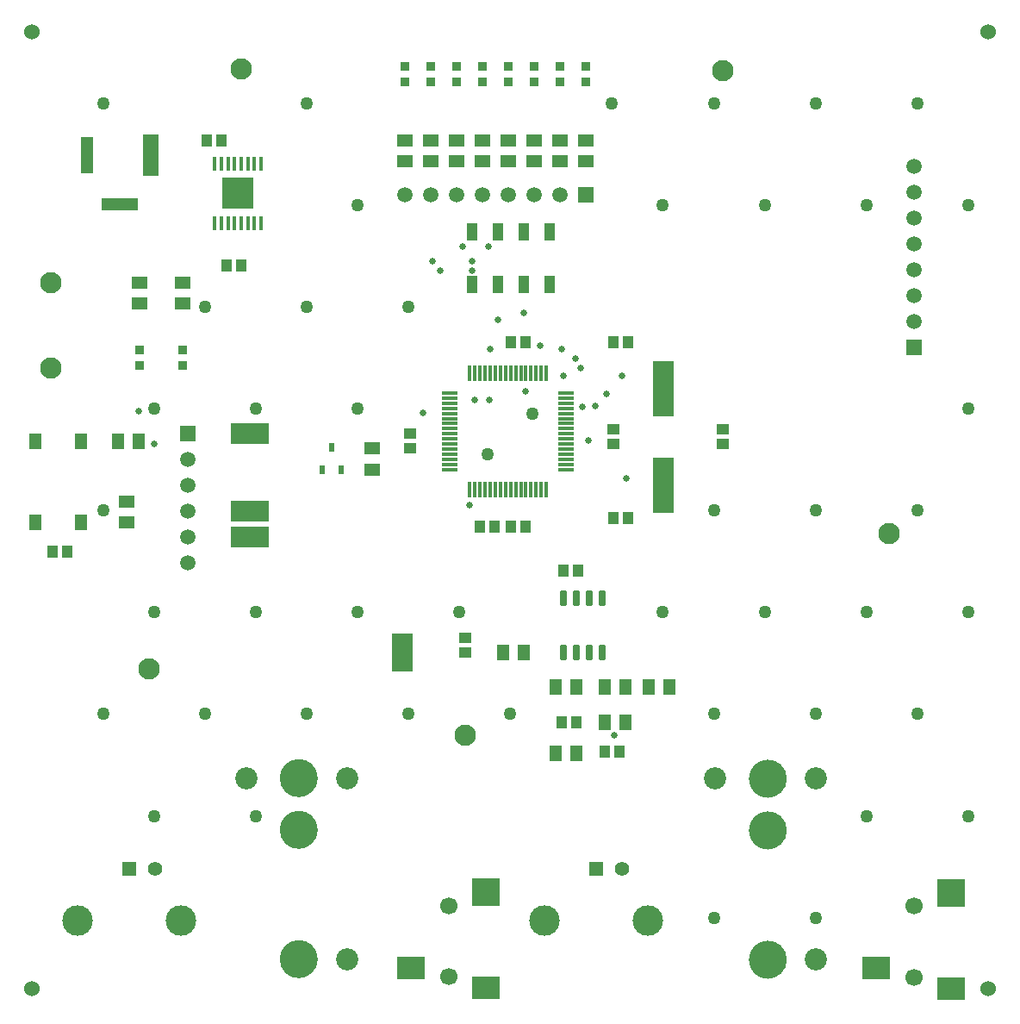
<source format=gbr>
%TF.GenerationSoftware,Altium Limited,Altium Designer,22.7.1 (60)*%
G04 Layer_Color=8388736*
%FSLAX43Y43*%
%MOMM*%
%TF.SameCoordinates,58151787-F571-4420-9806-9522EC8286B3*%
%TF.FilePolarity,Negative*%
%TF.FileFunction,Soldermask,Top*%
%TF.Part,Single*%
G01*
G75*
%TA.AperFunction,SMDPad,CuDef*%
%ADD10R,0.355X1.353*%
%ADD11R,1.000X1.800*%
%ADD12R,1.006X1.308*%
%ADD13R,1.550X1.250*%
%ADD14R,2.800X2.200*%
%ADD15R,2.800X2.800*%
%ADD16R,3.800X2.030*%
%ADD17R,0.930X0.910*%
%ADD18R,3.099X3.099*%
%ADD19R,0.300X1.500*%
%ADD20R,1.500X0.300*%
%ADD21R,2.000X5.500*%
%ADD22R,1.308X1.006*%
%ADD23R,1.250X1.550*%
%ADD24R,1.300X1.550*%
G04:AMPARAMS|DCode=25|XSize=1.58mm|YSize=0.6mm|CornerRadius=0.075mm|HoleSize=0mm|Usage=FLASHONLY|Rotation=90.000|XOffset=0mm|YOffset=0mm|HoleType=Round|Shape=RoundedRectangle|*
%AMROUNDEDRECTD25*
21,1,1.580,0.450,0,0,90.0*
21,1,1.430,0.600,0,0,90.0*
1,1,0.150,0.225,0.715*
1,1,0.150,0.225,-0.715*
1,1,0.150,-0.225,-0.715*
1,1,0.150,-0.225,0.715*
%
%ADD25ROUNDEDRECTD25*%
%ADD26R,2.030X3.800*%
G04:AMPARAMS|DCode=27|XSize=0.55mm|YSize=0.8mm|CornerRadius=0.05mm|HoleSize=0mm|Usage=FLASHONLY|Rotation=180.000|XOffset=0mm|YOffset=0mm|HoleType=Round|Shape=RoundedRectangle|*
%AMROUNDEDRECTD27*
21,1,0.550,0.701,0,0,180.0*
21,1,0.451,0.800,0,0,180.0*
1,1,0.099,-0.226,0.351*
1,1,0.099,0.226,0.351*
1,1,0.099,0.226,-0.351*
1,1,0.099,-0.226,-0.351*
%
%ADD27ROUNDEDRECTD27*%
%TA.AperFunction,ComponentPad*%
%ADD30R,1.300X3.550*%
%ADD31C,2.100*%
%ADD32R,3.550X1.300*%
%ADD33R,1.550X4.100*%
%TA.AperFunction,ViaPad*%
%ADD34C,1.524*%
%TA.AperFunction,ComponentPad*%
%ADD35C,3.251*%
%ADD36C,2.172*%
%ADD37C,1.700*%
%ADD38R,1.500X1.500*%
%ADD39C,1.500*%
%ADD40R,1.500X1.500*%
%ADD41C,3.000*%
%ADD42C,1.398*%
%ADD43R,1.398X1.398*%
%TA.AperFunction,ViaPad*%
%ADD44C,1.270*%
%ADD45C,0.650*%
%TA.AperFunction,NonConductor*%
%ADD46C,1.880*%
D10*
X24866Y84078D02*
D03*
X24216D02*
D03*
X23566D02*
D03*
X22916D02*
D03*
X21616D02*
D03*
X25516Y78228D02*
D03*
X24866D02*
D03*
X24216D02*
D03*
X23566D02*
D03*
X22916D02*
D03*
X22266D02*
D03*
X21616D02*
D03*
X20966D02*
D03*
Y84078D02*
D03*
X22266D02*
D03*
X25516D02*
D03*
D11*
X53844Y72203D02*
D03*
X48764D02*
D03*
Y77403D02*
D03*
X46224D02*
D03*
Y72203D02*
D03*
X51304D02*
D03*
Y77403D02*
D03*
X53844D02*
D03*
D12*
X21616Y86378D02*
D03*
X20164D02*
D03*
X22114Y74041D02*
D03*
X23566D02*
D03*
X51490Y66548D02*
D03*
X50038D02*
D03*
X60143D02*
D03*
X61595D02*
D03*
X60143Y49276D02*
D03*
X61595D02*
D03*
X56515Y29210D02*
D03*
X55063D02*
D03*
X59254Y26289D02*
D03*
X60706D02*
D03*
X55245Y44069D02*
D03*
X56697D02*
D03*
X48486Y48387D02*
D03*
X47034D02*
D03*
X50034D02*
D03*
X51486D02*
D03*
X5025Y45974D02*
D03*
X6477D02*
D03*
D13*
X13589Y72408D02*
D03*
X57404Y86378D02*
D03*
Y84328D02*
D03*
X54864Y86378D02*
D03*
Y84328D02*
D03*
X52324Y86378D02*
D03*
Y84328D02*
D03*
X49784Y86378D02*
D03*
Y84328D02*
D03*
X47244Y86378D02*
D03*
Y84328D02*
D03*
X44704Y86378D02*
D03*
Y84328D02*
D03*
X42164Y86378D02*
D03*
Y84328D02*
D03*
X39624Y86378D02*
D03*
Y84328D02*
D03*
X13589Y70358D02*
D03*
X17780D02*
D03*
Y72408D02*
D03*
X36449Y56085D02*
D03*
Y54035D02*
D03*
X12319Y48857D02*
D03*
Y50907D02*
D03*
D14*
X40237Y5091D02*
D03*
X47637Y3091D02*
D03*
X93362Y3056D02*
D03*
X85962Y5056D02*
D03*
D15*
X47637Y12491D02*
D03*
X93362Y12456D02*
D03*
D16*
X24384Y57531D02*
D03*
Y49911D02*
D03*
Y47371D02*
D03*
D17*
X57404Y93595D02*
D03*
Y92075D02*
D03*
X54864Y93595D02*
D03*
Y92075D02*
D03*
X52324Y93595D02*
D03*
Y92075D02*
D03*
X49784Y93595D02*
D03*
Y92075D02*
D03*
X47244Y93595D02*
D03*
Y92075D02*
D03*
X44704Y93595D02*
D03*
Y92075D02*
D03*
X42164Y93595D02*
D03*
Y92075D02*
D03*
X39624Y93595D02*
D03*
Y92075D02*
D03*
X13589Y65786D02*
D03*
Y64266D02*
D03*
X17780Y65786D02*
D03*
Y64266D02*
D03*
D18*
X23241Y81153D02*
D03*
D19*
X46034Y63485D02*
D03*
X46534D02*
D03*
X47034D02*
D03*
X47534D02*
D03*
X48034D02*
D03*
X48534D02*
D03*
X49034D02*
D03*
X49534D02*
D03*
X50034D02*
D03*
X50534D02*
D03*
X51034D02*
D03*
X51534D02*
D03*
X52034D02*
D03*
X52534D02*
D03*
X53034D02*
D03*
X53534D02*
D03*
Y52085D02*
D03*
X53034D02*
D03*
X52534D02*
D03*
X52034D02*
D03*
X51534D02*
D03*
X51034D02*
D03*
X50534D02*
D03*
X50034D02*
D03*
X49534D02*
D03*
X49034D02*
D03*
X48534D02*
D03*
X48034D02*
D03*
X47534D02*
D03*
X47034D02*
D03*
X46534D02*
D03*
X46034D02*
D03*
D20*
X55484Y61535D02*
D03*
Y61035D02*
D03*
Y60535D02*
D03*
Y60035D02*
D03*
Y59535D02*
D03*
Y59035D02*
D03*
Y58535D02*
D03*
Y58035D02*
D03*
Y57535D02*
D03*
Y57035D02*
D03*
Y56535D02*
D03*
Y56035D02*
D03*
Y55535D02*
D03*
Y55035D02*
D03*
Y54535D02*
D03*
Y54035D02*
D03*
X44084D02*
D03*
Y54535D02*
D03*
Y55035D02*
D03*
Y55535D02*
D03*
Y56035D02*
D03*
Y56535D02*
D03*
Y57035D02*
D03*
Y57535D02*
D03*
Y58035D02*
D03*
Y58535D02*
D03*
Y59035D02*
D03*
Y59535D02*
D03*
Y60035D02*
D03*
Y60535D02*
D03*
Y61035D02*
D03*
Y61535D02*
D03*
D21*
X65024Y61951D02*
D03*
Y52451D02*
D03*
D22*
X60143Y57987D02*
D03*
Y56535D02*
D03*
X70866Y57987D02*
D03*
Y56535D02*
D03*
X40132Y57538D02*
D03*
Y56085D02*
D03*
X45593Y37517D02*
D03*
Y36065D02*
D03*
D23*
X51308D02*
D03*
X49258D02*
D03*
X61359Y32639D02*
D03*
X59309D02*
D03*
X56515D02*
D03*
X54465D02*
D03*
X65659D02*
D03*
X63609D02*
D03*
X59309Y29210D02*
D03*
X61359D02*
D03*
X54465Y26162D02*
D03*
X56515D02*
D03*
X13480Y56807D02*
D03*
X11430D02*
D03*
D24*
X3338Y48857D02*
D03*
X7838D02*
D03*
X3338Y56807D02*
D03*
X7838D02*
D03*
D25*
X55245Y41405D02*
D03*
X56515D02*
D03*
X57785D02*
D03*
X59055D02*
D03*
Y36065D02*
D03*
X57785D02*
D03*
X56515D02*
D03*
X55245D02*
D03*
D26*
X39370D02*
D03*
D27*
X32451Y56235D02*
D03*
X33401Y54035D02*
D03*
X31501D02*
D03*
D30*
X8382Y84863D02*
D03*
D31*
X4826Y72408D02*
D03*
Y64008D02*
D03*
X45593Y27940D02*
D03*
X14478Y34417D02*
D03*
X87249Y47752D02*
D03*
X70866Y93218D02*
D03*
X23566Y93345D02*
D03*
D32*
X11632Y80063D02*
D03*
D33*
X14632Y84863D02*
D03*
D34*
X97000Y3000D02*
D03*
X3000D02*
D03*
X97000Y97000D02*
D03*
X3000D02*
D03*
D35*
X29210Y5934D02*
D03*
Y18634D02*
D03*
Y23714D02*
D03*
X75311Y23652D02*
D03*
Y18572D02*
D03*
Y5872D02*
D03*
D36*
X33960Y5934D02*
D03*
Y23714D02*
D03*
X24054D02*
D03*
X70155Y23652D02*
D03*
X80061D02*
D03*
Y5872D02*
D03*
D37*
X43937Y4191D02*
D03*
Y11191D02*
D03*
X89662Y11156D02*
D03*
Y4156D02*
D03*
D38*
X57404Y81026D02*
D03*
D39*
X54864D02*
D03*
X52324D02*
D03*
X49784D02*
D03*
X47244D02*
D03*
X44704D02*
D03*
X42164D02*
D03*
X39624D02*
D03*
X18288Y44831D02*
D03*
Y47371D02*
D03*
Y49911D02*
D03*
Y52451D02*
D03*
Y54991D02*
D03*
X89662Y83820D02*
D03*
Y81280D02*
D03*
Y78740D02*
D03*
Y76200D02*
D03*
Y73660D02*
D03*
Y71120D02*
D03*
Y68580D02*
D03*
D40*
X18288Y57531D02*
D03*
X89662Y66040D02*
D03*
D41*
X63500Y9735D02*
D03*
X53340D02*
D03*
X17653Y9753D02*
D03*
X7493D02*
D03*
D42*
X60960Y14815D02*
D03*
X15113Y14833D02*
D03*
D43*
X58420Y14815D02*
D03*
X12573Y14833D02*
D03*
D44*
X47797Y55535D02*
D03*
X52193Y59535D02*
D03*
X90000Y90000D02*
D03*
X95000Y80000D02*
D03*
Y60000D02*
D03*
X90000Y50000D02*
D03*
X95000Y40000D02*
D03*
X90000Y30000D02*
D03*
X95000Y20000D02*
D03*
X80000Y90000D02*
D03*
X85000Y80000D02*
D03*
X80000Y50000D02*
D03*
X85000Y40000D02*
D03*
X80000Y30000D02*
D03*
X85000Y20000D02*
D03*
X80000Y10000D02*
D03*
X70000Y90000D02*
D03*
X75000Y80000D02*
D03*
X70000Y50000D02*
D03*
X75000Y40000D02*
D03*
X70000Y30000D02*
D03*
Y10000D02*
D03*
X60000Y90000D02*
D03*
X65000Y80000D02*
D03*
Y40000D02*
D03*
X50000Y30000D02*
D03*
X40000Y70000D02*
D03*
X45000Y40000D02*
D03*
X40000Y30000D02*
D03*
X30000Y90000D02*
D03*
X35000Y80000D02*
D03*
X30000Y70000D02*
D03*
X35000Y60000D02*
D03*
Y40000D02*
D03*
X30000Y30000D02*
D03*
X20000Y70000D02*
D03*
X25000Y60000D02*
D03*
Y40000D02*
D03*
X20000Y30000D02*
D03*
X25000Y20000D02*
D03*
X10000Y90000D02*
D03*
X15000Y60000D02*
D03*
X10000Y50000D02*
D03*
X15000Y40000D02*
D03*
X10000Y30000D02*
D03*
X15000Y20000D02*
D03*
D45*
X48764Y68710D02*
D03*
X51304Y69370D02*
D03*
X41452Y59575D02*
D03*
X60239Y27940D02*
D03*
X55232Y63233D02*
D03*
X60972D02*
D03*
X43118Y73571D02*
D03*
X46224D02*
D03*
X48034Y65814D02*
D03*
X47898Y60896D02*
D03*
X46534D02*
D03*
X42354Y74510D02*
D03*
X46224D02*
D03*
X56896Y64008D02*
D03*
X56400Y64960D02*
D03*
X51534Y61745D02*
D03*
X59435Y61480D02*
D03*
X55054Y65874D02*
D03*
X58390Y60250D02*
D03*
X57061Y60185D02*
D03*
X52895Y66179D02*
D03*
X61379Y53174D02*
D03*
X57645Y56908D02*
D03*
X46034Y50533D02*
D03*
X45300Y75907D02*
D03*
X47840D02*
D03*
X14973Y56502D02*
D03*
X13480Y59799D02*
D03*
D46*
X30150Y23714D02*
G03*
X30150Y23714I-940J0D01*
G01*
Y18634D02*
G03*
X30150Y18634I-940J0D01*
G01*
Y5934D02*
G03*
X30150Y5934I-940J0D01*
G01*
X76251Y5872D02*
G03*
X76251Y5872I-940J0D01*
G01*
Y18572D02*
G03*
X76251Y18572I-940J0D01*
G01*
Y23652D02*
G03*
X76251Y23652I-940J0D01*
G01*
%TF.MD5,4628dd20e514485109b1a54b1104cf1a*%
M02*

</source>
